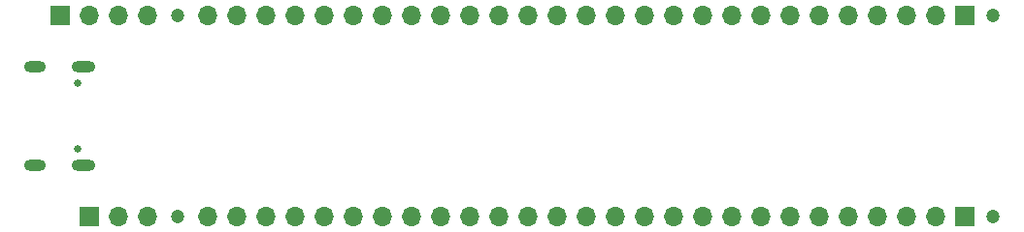
<source format=gbs>
%TF.GenerationSoftware,KiCad,Pcbnew,7.0.11*%
%TF.CreationDate,2024-03-05T14:28:44+08:00*%
%TF.ProjectId,UINIO-MCU-ESP32S3,55494e49-4f2d-44d4-9355-2d4553503332,Version 3.3.0*%
%TF.SameCoordinates,PX629df6ePY56b2a99*%
%TF.FileFunction,Soldermask,Bot*%
%TF.FilePolarity,Negative*%
%FSLAX46Y46*%
G04 Gerber Fmt 4.6, Leading zero omitted, Abs format (unit mm)*
G04 Created by KiCad (PCBNEW 7.0.11) date 2024-03-05 14:28:44*
%MOMM*%
%LPD*%
G01*
G04 APERTURE LIST*
%ADD10C,1.200000*%
%ADD11R,1.700000X1.700000*%
%ADD12O,1.700000X1.700000*%
%ADD13C,0.650000*%
%ADD14O,2.100000X1.000000*%
%ADD15O,1.900000X1.000000*%
G04 APERTURE END LIST*
D10*
%TO.C,HOLE\u002A\u002A*%
X85549210Y-15945663D03*
%TD*%
%TO.C,HOLE\u002A\u002A*%
X14430000Y-15945663D03*
%TD*%
D11*
%TO.C,J3*%
X4189210Y1664337D03*
D12*
X6729210Y1664337D03*
X9269210Y1664337D03*
X11809210Y1664337D03*
%TD*%
D13*
%TO.C,USB1*%
X5708210Y-4242831D03*
X5708210Y-10022831D03*
D14*
X6208210Y-2807831D03*
X6208210Y-11457831D03*
D15*
X2008210Y-2807831D03*
X2008210Y-11457831D03*
%TD*%
D10*
%TO.C,HOLE\u002A\u002A*%
X14430000Y1664337D03*
%TD*%
D11*
%TO.C,J1*%
X6739210Y-15945663D03*
D12*
X9279210Y-15945663D03*
X11819210Y-15945663D03*
%TD*%
D10*
%TO.C,HOLE\u002A\u002A*%
X85549210Y1664337D03*
%TD*%
D11*
%TO.C,J2*%
X83111265Y1690000D03*
D12*
X80571265Y1690000D03*
X78031265Y1690000D03*
X75491265Y1690000D03*
X72951265Y1690000D03*
X70411265Y1690000D03*
X67871265Y1690000D03*
X65331265Y1690000D03*
X62791265Y1690000D03*
X60251265Y1690000D03*
X57711265Y1690000D03*
X55171265Y1690000D03*
X52631265Y1690000D03*
X50091265Y1690000D03*
X47551265Y1690000D03*
X45011265Y1690000D03*
X42471265Y1690000D03*
X39931265Y1690000D03*
X37391265Y1690000D03*
X34851265Y1690000D03*
X32311265Y1690000D03*
X29771265Y1690000D03*
X27231265Y1690000D03*
X24691265Y1690000D03*
X22151265Y1690000D03*
X19611265Y1690000D03*
X17071265Y1690000D03*
%TD*%
D11*
%TO.C,J4*%
X83111265Y-15945663D03*
D12*
X80571265Y-15945663D03*
X78031265Y-15945663D03*
X75491265Y-15945663D03*
X72951265Y-15945663D03*
X70411265Y-15945663D03*
X67871265Y-15945663D03*
X65331265Y-15945663D03*
X62791265Y-15945663D03*
X60251265Y-15945663D03*
X57711265Y-15945663D03*
X55171265Y-15945663D03*
X52631265Y-15945663D03*
X50091265Y-15945663D03*
X47551265Y-15945663D03*
X45011265Y-15945663D03*
X42471265Y-15945663D03*
X39931265Y-15945663D03*
X37391265Y-15945663D03*
X34851265Y-15945663D03*
X32311265Y-15945663D03*
X29771265Y-15945663D03*
X27231265Y-15945663D03*
X24691265Y-15945663D03*
X22151265Y-15945663D03*
X19611265Y-15945663D03*
X17071265Y-15945663D03*
%TD*%
M02*

</source>
